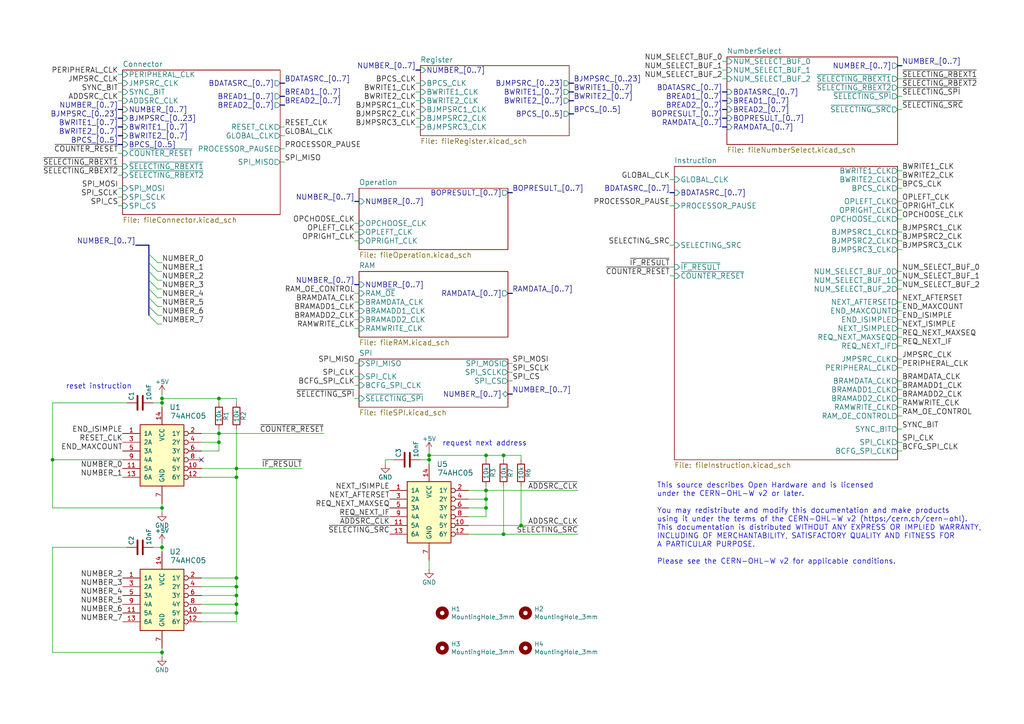
<source format=kicad_sch>
(kicad_sch (version 20230121) (generator eeschema)
  (paper "A4")
  (title_block (title "GP8B") (date "2022-07-08") (rev "V6.0") (company "Guillaume Guillet") (comment 1 "Copyright Guillaume Guillet 2022") (comment 2 "Licensed under CERN-OHL-W v2 or later"))
  (lib_symbols
    (symbol "Custom:74AHC05" (pin_names (offset 1.016))
      (property "Reference" "U" (at 5.08 8.89 0))
      (property "Value" "74AHC05" (at 7.62 11.43 0))
      (symbol "74AHC05_0_1"
        (rectangle (start -6.35 7.62) (end 6.35 -10.16) (stroke (width 0.254)) (fill (type background)))
      )
      (symbol "74AHC05_1_1"
        (pin input line (at -11.43 5.08 0) (length 5.08) (name "1A") (number "1"))
        (pin open_collector inverted (at 11.43 -5.08 180) (length 5.08) (name "5Y") (number "10"))
        (pin input line (at -11.43 -5.08 0) (length 5.08) (name "5A") (number "11"))
        (pin open_collector inverted (at 11.43 -7.62 180) (length 5.08) (name "6Y") (number "12"))
        (pin input line (at -11.43 -7.62 0) (length 5.08) (name "6A") (number "13"))
        (pin power_in line (at 0 12.7 270) (length 5.08) (name "VCC") (number "14"))
        (pin open_collector inverted (at 11.43 5.08 180) (length 5.08) (name "1Y") (number "2"))
        (pin input line (at -11.43 2.54 0) (length 5.08) (name "2A") (number "3"))
        (pin open_collector inverted (at 11.43 2.54 180) (length 5.08) (name "2Y") (number "4"))
        (pin input line (at -11.43 0 0) (length 5.08) (name "3A") (number "5"))
        (pin open_collector inverted (at 11.43 0 180) (length 5.08) (name "3Y") (number "6"))
        (pin power_in line (at 0 -15.24 90) (length 5.08) (name "GND") (number "7"))
        (pin open_collector inverted (at 11.43 -2.54 180) (length 5.08) (name "4Y") (number "8"))
        (pin input line (at -11.43 -2.54 0) (length 5.08) (name "4A") (number "9"))
      )
    )
    (symbol "Device:C" (pin_numbers hide) (pin_names (offset 0.254))
      (property "Reference" "C" (at 0.635 2.54 0))
      (property "Value" "C" (at 0.635 -2.54 0))
      (symbol "C_0_1"
        (polyline (pts (xy -2.032 -0.762) (xy 2.032 -0.762)) (stroke (width 0.508)))
        (polyline (pts (xy -2.032 0.762) (xy 2.032 0.762)) (stroke (width 0.508)))
      )
      (symbol "C_1_1"
        (pin passive line (at 0 3.81 270) (length 2.794) (name "~") (number "1"))
        (pin passive line (at 0 -3.81 90) (length 2.794) (name "~") (number "2"))
      )
    )
    (symbol "Device:R" (pin_numbers hide) (pin_names (offset 0))
      (property "Reference" "R" (at 2.032 0 90))
      (property "Value" "R" (at 0 0 90))
      (symbol "R_0_1"
        (rectangle (start -1.016 -2.54) (end 1.016 2.54) (stroke (width 0.254)))
      )
      (symbol "R_1_1"
        (pin passive line (at 0 3.81 270) (length 1.27) (name "~") (number "1"))
        (pin passive line (at 0 -3.81 90) (length 1.27) (name "~") (number "2"))
      )
    )
    (symbol "Mechanical:MountingHole" (pin_names (offset 1.016))
      (property "Reference" "H" (at 0 5.08 0))
      (property "Value" "MountingHole" (at 0 3.175 0))
      (symbol "MountingHole_0_1"
        (circle (center 0 0) (radius 1.27) (stroke (width 1.27)))
      )
    )
    (symbol "power:+5V" (power) (pin_names (offset 0))
      (property "Value" "+5V" (at 0 3.556 0))
      (symbol "+5V_0_1"
        (polyline (pts (xy -0.762 1.27) (xy 0 2.54)))
        (polyline (pts (xy 0 0) (xy 0 2.54)))
        (polyline (pts (xy 0 2.54) (xy 0.762 1.27)))
      )
      (symbol "+5V_1_1"
        (pin power_in line (at 0 0 90) (length 0) hide (name "+5V") (number "1"))
      )
    )
    (symbol "power:GND" (power) (pin_names (offset 0))
      (property "Value" "GND" (at 0 -3.81 0))
      (symbol "GND_0_1"
        (polyline (pts (xy 0 0) (xy 0 -1.27) (xy 1.27 -1.27) (xy 0 -2.54) (xy -1.27 -1.27) (xy 0 -1.27)))
      )
      (symbol "GND_1_1"
        (pin power_in line (at 0 0 270) (length 0) hide (name "GND") (number "1"))
      )
    )
  )
  (junction (at 63.5 125.73))
  (junction (at 46.99 158.75))
  (junction (at 46.99 189.23))
  (junction (at 46.99 147.32))
  (junction (at 140.97 132.08))
  (junction (at 68.58 177.8))
  (junction (at 68.58 138.43))
  (junction (at 68.58 170.18))
  (junction (at 151.13 152.4))
  (junction (at 68.58 175.26))
  (junction (at 15.24 133.35))
  (junction (at 63.5 128.27))
  (junction (at 46.99 115.57))
  (junction (at 140.97 144.78))
  (junction (at 68.58 135.89))
  (junction (at 140.97 147.32))
  (junction (at 140.97 142.24))
  (junction (at 124.46 132.08))
  (junction (at 124.46 133.35))
  (junction (at 146.05 132.08))
  (junction (at 46.99 116.84))
  (junction (at 63.5 115.57))
  (junction (at 68.58 167.64))
  (junction (at 146.05 154.94))
  (junction (at 68.58 172.72))
  (no_connect (at 58.42 133.35))
  (bus_entry (at 43.18 83.82) (size 2.54 2.54))
  (bus_entry (at 43.18 73.66) (size 2.54 2.54))
  (bus_entry (at 43.18 76.2) (size 2.54 2.54))
  (bus_entry (at 43.18 91.44) (size 2.54 2.54))
  (bus_entry (at 43.18 88.9) (size 2.54 2.54))
  (bus_entry (at 43.18 81.28) (size 2.54 2.54))
  (bus_entry (at 43.18 78.74) (size 2.54 2.54))
  (bus_entry (at 43.18 86.36) (size 2.54 2.54))
  (wire (pts (xy 194.31 71.12) (xy 195.58 71.12)))
  (wire (pts (xy 260.35 27.94) (xy 261.62 27.94)))
  (bus (pts (xy 34.29 36.83) (xy 35.56 36.83)))
  (wire (pts (xy 151.13 152.4) (xy 167.64 152.4)))
  (wire (pts (xy 46.99 146.05) (xy 46.99 147.32)))
  (wire (pts (xy 146.05 140.97) (xy 146.05 154.94)))
  (wire (pts (xy 63.5 128.27) (xy 63.5 130.81)))
  (wire (pts (xy 15.24 158.75) (xy 36.83 158.75)))
  (wire (pts (xy 82.55 39.37) (xy 81.28 39.37)))
  (wire (pts (xy 140.97 142.24) (xy 140.97 144.78)))
  (bus (pts (xy 43.18 73.66) (xy 43.18 76.2)))
  (wire (pts (xy 147.32 105.41) (xy 148.59 105.41)))
  (wire (pts (xy 261.62 69.85) (xy 260.35 69.85)))
  (wire (pts (xy 68.58 175.26) (xy 68.58 177.8)))
  (bus (pts (xy 34.29 31.75) (xy 35.56 31.75)))
  (bus (pts (xy 43.18 81.28) (xy 43.18 83.82)))
  (wire (pts (xy 124.46 133.35) (xy 124.46 134.62)))
  (wire (pts (xy 120.65 26.67) (xy 121.92 26.67)))
  (wire (pts (xy 68.58 138.43) (xy 68.58 167.64)))
  (wire (pts (xy 121.92 133.35) (xy 124.46 133.35)))
  (wire (pts (xy 261.62 97.79) (xy 260.35 97.79)))
  (wire (pts (xy 45.72 93.98) (xy 46.99 93.98)))
  (wire (pts (xy 261.62 104.14) (xy 260.35 104.14)))
  (wire (pts (xy 147.32 110.49) (xy 148.59 110.49)))
  (wire (pts (xy 63.5 125.73) (xy 63.5 128.27)))
  (bus (pts (xy 209.55 34.29) (xy 210.82 34.29)))
  (wire (pts (xy 261.62 115.57) (xy 260.35 115.57)))
  (wire (pts (xy 261.62 110.49) (xy 260.35 110.49)))
  (bus (pts (xy 209.55 36.83) (xy 210.82 36.83)))
  (wire (pts (xy 102.87 69.85) (xy 104.14 69.85)))
  (wire (pts (xy 15.24 116.84) (xy 36.83 116.84)))
  (wire (pts (xy 45.72 86.36) (xy 46.99 86.36)))
  (bus (pts (xy 43.18 86.36) (xy 43.18 88.9)))
  (wire (pts (xy 102.87 64.77) (xy 104.14 64.77)))
  (wire (pts (xy 261.62 58.42) (xy 260.35 58.42)))
  (wire (pts (xy 261.62 67.31) (xy 260.35 67.31)))
  (wire (pts (xy 261.62 128.27) (xy 260.35 128.27)))
  (wire (pts (xy 261.62 31.75) (xy 260.35 31.75)))
  (wire (pts (xy 195.58 59.69) (xy 194.31 59.69)))
  (wire (pts (xy 140.97 147.32) (xy 135.89 147.32)))
  (bus (pts (xy 102.87 82.55) (xy 104.14 82.55)))
  (wire (pts (xy 261.62 120.65) (xy 260.35 120.65)))
  (wire (pts (xy 151.13 152.4) (xy 151.13 140.97)))
  (wire (pts (xy 45.72 88.9) (xy 46.99 88.9)))
  (wire (pts (xy 46.99 189.23) (xy 46.99 190.5)))
  (wire (pts (xy 140.97 142.24) (xy 167.64 142.24)))
  (wire (pts (xy 68.58 175.26) (xy 58.42 175.26)))
  (wire (pts (xy 261.62 124.46) (xy 260.35 124.46)))
  (wire (pts (xy 63.5 115.57) (xy 68.58 115.57)))
  (wire (pts (xy 63.5 125.73) (xy 93.98 125.73)))
  (wire (pts (xy 261.62 113.03) (xy 260.35 113.03)))
  (wire (pts (xy 261.62 63.5) (xy 260.35 63.5)))
  (bus (pts (xy 102.87 58.42) (xy 104.14 58.42)))
  (bus (pts (xy 34.29 41.91) (xy 35.56 41.91)))
  (wire (pts (xy 63.5 116.84) (xy 63.5 115.57)))
  (wire (pts (xy 102.87 105.41) (xy 104.14 105.41)))
  (bus (pts (xy 148.59 114.3) (xy 147.32 114.3)))
  (wire (pts (xy 261.62 83.82) (xy 260.35 83.82)))
  (bus (pts (xy 165.1 29.21) (xy 166.37 29.21)))
  (wire (pts (xy 261.62 95.25) (xy 260.35 95.25)))
  (wire (pts (xy 44.45 158.75) (xy 46.99 158.75)))
  (wire (pts (xy 46.99 189.23) (xy 15.24 189.23)))
  (wire (pts (xy 146.05 133.35) (xy 146.05 132.08)))
  (wire (pts (xy 260.35 25.4) (xy 261.62 25.4)))
  (wire (pts (xy 46.99 115.57) (xy 63.5 115.57)))
  (bus (pts (xy 43.18 83.82) (xy 43.18 86.36)))
  (wire (pts (xy 260.35 22.86) (xy 261.62 22.86)))
  (bus (pts (xy 82.55 24.13) (xy 81.28 24.13)))
  (wire (pts (xy 261.62 54.61) (xy 260.35 54.61)))
  (wire (pts (xy 140.97 133.35) (xy 140.97 132.08)))
  (wire (pts (xy 120.65 34.29) (xy 121.92 34.29)))
  (bus (pts (xy 43.18 76.2) (xy 43.18 78.74)))
  (wire (pts (xy 102.87 67.31) (xy 104.14 67.31)))
  (wire (pts (xy 34.29 48.26) (xy 35.56 48.26)))
  (wire (pts (xy 194.31 77.47) (xy 195.58 77.47)))
  (wire (pts (xy 68.58 170.18) (xy 58.42 170.18)))
  (wire (pts (xy 209.55 22.86) (xy 210.82 22.86)))
  (wire (pts (xy 140.97 147.32) (xy 140.97 149.86)))
  (wire (pts (xy 124.46 132.08) (xy 124.46 133.35)))
  (wire (pts (xy 114.3 133.35) (xy 111.76 133.35)))
  (wire (pts (xy 102.87 111.76) (xy 104.14 111.76)))
  (wire (pts (xy 194.31 52.07) (xy 195.58 52.07)))
  (wire (pts (xy 15.24 147.32) (xy 46.99 147.32)))
  (wire (pts (xy 140.97 149.86) (xy 135.89 149.86)))
  (wire (pts (xy 34.29 54.61) (xy 35.56 54.61)))
  (bus (pts (xy 120.65 20.32) (xy 121.92 20.32)))
  (bus (pts (xy 165.1 26.67) (xy 166.37 26.67)))
  (wire (pts (xy 261.62 100.33) (xy 260.35 100.33)))
  (wire (pts (xy 34.29 59.69) (xy 35.56 59.69)))
  (wire (pts (xy 146.05 132.08) (xy 140.97 132.08)))
  (wire (pts (xy 68.58 167.64) (xy 58.42 167.64)))
  (wire (pts (xy 209.55 20.32) (xy 210.82 20.32)))
  (wire (pts (xy 34.29 24.13) (xy 35.56 24.13)))
  (wire (pts (xy 46.99 157.48) (xy 46.99 158.75)))
  (wire (pts (xy 68.58 124.46) (xy 68.58 135.89)))
  (wire (pts (xy 46.99 115.57) (xy 46.99 114.3)))
  (wire (pts (xy 135.89 152.4) (xy 151.13 152.4)))
  (wire (pts (xy 261.62 90.17) (xy 260.35 90.17)))
  (wire (pts (xy 260.35 130.81) (xy 261.62 130.81)))
  (wire (pts (xy 209.55 17.78) (xy 210.82 17.78)))
  (bus (pts (xy 82.55 27.94) (xy 81.28 27.94)))
  (wire (pts (xy 58.42 135.89) (xy 68.58 135.89)))
  (wire (pts (xy 15.24 133.35) (xy 35.56 133.35)))
  (bus (pts (xy 165.1 33.02) (xy 166.37 33.02)))
  (wire (pts (xy 146.05 154.94) (xy 135.89 154.94)))
  (wire (pts (xy 34.29 21.59) (xy 35.56 21.59)))
  (wire (pts (xy 68.58 177.8) (xy 58.42 177.8)))
  (bus (pts (xy 166.37 24.13) (xy 165.1 24.13)))
  (wire (pts (xy 15.24 189.23) (xy 15.24 158.75)))
  (bus (pts (xy 82.55 30.48) (xy 81.28 30.48)))
  (wire (pts (xy 34.29 26.67) (xy 35.56 26.67)))
  (wire (pts (xy 102.87 90.17) (xy 104.14 90.17)))
  (bus (pts (xy 43.18 88.9) (xy 43.18 91.44)))
  (bus (pts (xy 34.29 34.29) (xy 35.56 34.29)))
  (wire (pts (xy 68.58 170.18) (xy 68.58 172.72)))
  (wire (pts (xy 102.87 109.22) (xy 104.14 109.22)))
  (wire (pts (xy 68.58 116.84) (xy 68.58 115.57)))
  (bus (pts (xy 209.55 29.21) (xy 210.82 29.21)))
  (wire (pts (xy 261.62 78.74) (xy 260.35 78.74)))
  (bus (pts (xy 39.37 71.12) (xy 43.18 71.12)))
  (bus (pts (xy 209.55 31.75) (xy 210.82 31.75)))
  (wire (pts (xy 58.42 125.73) (xy 63.5 125.73)))
  (wire (pts (xy 68.58 135.89) (xy 87.63 135.89)))
  (wire (pts (xy 140.97 140.97) (xy 140.97 142.24)))
  (wire (pts (xy 68.58 172.72) (xy 58.42 172.72)))
  (wire (pts (xy 146.05 154.94) (xy 167.64 154.94)))
  (wire (pts (xy 140.97 144.78) (xy 140.97 147.32)))
  (wire (pts (xy 124.46 130.81) (xy 124.46 132.08)))
  (wire (pts (xy 261.62 106.68) (xy 260.35 106.68)))
  (wire (pts (xy 68.58 172.72) (xy 68.58 175.26)))
  (wire (pts (xy 68.58 180.34) (xy 58.42 180.34)))
  (wire (pts (xy 68.58 167.64) (xy 68.58 170.18)))
  (wire (pts (xy 15.24 147.32) (xy 15.24 133.35)))
  (wire (pts (xy 46.99 187.96) (xy 46.99 189.23)))
  (bus (pts (xy 34.29 39.37) (xy 35.56 39.37)))
  (wire (pts (xy 261.62 52.07) (xy 260.35 52.07)))
  (wire (pts (xy 261.62 81.28) (xy 260.35 81.28)))
  (wire (pts (xy 45.72 81.28) (xy 46.99 81.28)))
  (wire (pts (xy 46.99 158.75) (xy 46.99 160.02)))
  (wire (pts (xy 151.13 132.08) (xy 146.05 132.08)))
  (wire (pts (xy 135.89 142.24) (xy 140.97 142.24)))
  (wire (pts (xy 102.87 95.25) (xy 104.14 95.25)))
  (wire (pts (xy 124.46 162.56) (xy 124.46 165.1)))
  (bus (pts (xy 209.55 26.67) (xy 210.82 26.67)))
  (wire (pts (xy 68.58 177.8) (xy 68.58 180.34)))
  (bus (pts (xy 43.18 78.74) (xy 43.18 81.28)))
  (wire (pts (xy 15.24 133.35) (xy 15.24 116.84)))
  (wire (pts (xy 120.65 31.75) (xy 121.92 31.75)))
  (wire (pts (xy 34.29 57.15) (xy 35.56 57.15)))
  (wire (pts (xy 34.29 50.8) (xy 35.56 50.8)))
  (wire (pts (xy 147.32 107.95) (xy 148.59 107.95)))
  (wire (pts (xy 68.58 138.43) (xy 58.42 138.43)))
  (wire (pts (xy 261.62 118.11) (xy 260.35 118.11)))
  (wire (pts (xy 82.55 36.83) (xy 81.28 36.83)))
  (wire (pts (xy 261.62 72.39) (xy 260.35 72.39)))
  (wire (pts (xy 140.97 132.08) (xy 124.46 132.08)))
  (wire (pts (xy 44.45 116.84) (xy 46.99 116.84)))
  (wire (pts (xy 120.65 36.83) (xy 121.92 36.83)))
  (wire (pts (xy 46.99 76.2) (xy 45.72 76.2)))
  (wire (pts (xy 34.29 44.45) (xy 35.56 44.45)))
  (wire (pts (xy 120.65 29.21) (xy 121.92 29.21)))
  (wire (pts (xy 102.87 85.09) (xy 104.14 85.09)))
  (wire (pts (xy 45.72 83.82) (xy 46.99 83.82)))
  (wire (pts (xy 102.87 87.63) (xy 104.14 87.63)))
  (bus (pts (xy 148.59 85.09) (xy 147.32 85.09)))
  (wire (pts (xy 63.5 128.27) (xy 58.42 128.27)))
  (wire (pts (xy 151.13 133.35) (xy 151.13 132.08)))
  (wire (pts (xy 120.65 24.13) (xy 121.92 24.13)))
  (wire (pts (xy 261.62 87.63) (xy 260.35 87.63)))
  (wire (pts (xy 140.97 144.78) (xy 135.89 144.78)))
  (wire (pts (xy 34.29 29.21) (xy 35.56 29.21)))
  (wire (pts (xy 111.76 133.35) (xy 111.76 134.62)))
  (wire (pts (xy 102.87 115.57) (xy 104.14 115.57)))
  (wire (pts (xy 63.5 124.46) (xy 63.5 125.73)))
  (wire (pts (xy 63.5 130.81) (xy 58.42 130.81)))
  (bus (pts (xy 194.31 55.88) (xy 195.58 55.88)))
  (wire (pts (xy 46.99 115.57) (xy 46.99 116.84)))
  (wire (pts (xy 261.62 49.53) (xy 260.35 49.53)))
  (wire (pts (xy 82.55 46.99) (xy 81.28 46.99)))
  (wire (pts (xy 261.62 60.96) (xy 260.35 60.96)))
  (bus (pts (xy 148.59 55.88) (xy 147.32 55.88)))
  (wire (pts (xy 45.72 91.44) (xy 46.99 91.44)))
  (wire (pts (xy 46.99 116.84) (xy 46.99 118.11)))
  (wire (pts (xy 102.87 92.71) (xy 104.14 92.71)))
  (wire (pts (xy 194.31 80.01) (xy 195.58 80.01)))
  (wire (pts (xy 82.55 43.18) (xy 81.28 43.18)))
  (bus (pts (xy 43.18 71.12) (xy 43.18 73.66)))
  (wire (pts (xy 68.58 135.89) (xy 68.58 138.43)))
  (wire (pts (xy 45.72 78.74) (xy 46.99 78.74)))
  (bus (pts (xy 260.35 19.05) (xy 261.62 19.05)))
  (wire (pts (xy 46.99 147.32) (xy 46.99 148.59)))
  (wire (pts (xy 261.62 92.71) (xy 260.35 92.71)))
  (text "reset instruction" (at 19.05 113.03 0) (effects (font (size 1.524 1.524)) (justify left bottom)))
  (text "request next address" (at 128.27 129.54 0) (effects (font (size 1.524 1.524)) (justify left bottom)))
  (text "This source describes Open Hardware and is licensed\nunder the CERN-OHL-W v2 or later. \n\nYou may redistribute and modify this documentation and make products\nusing it under the terms of the CERN-OHL-W v2 (https:/cern.ch/cern-ohl).\nThis documentation is distributed WITHOUT ANY EXPRESS OR IMPLIED WARRANTY,\nINCLUDING OF MERCHANTABILITY, SATISFACTORY QUALITY AND FITNESS FOR\nA PARTICULAR PURPOSE.\n\nPlease see the CERN-OHL-W v2 for applicable conditions. " (at 190.5 163.83 0) (effects (font (size 1.524 1.524)) (justify left bottom)))
  (label "NUMBER_3" (at 35.56 170.18 180) (effects (font (size 1.524 1.524))))
  (label "SPI_MOSI" (at 34.29 54.61 180) (effects (font (size 1.524 1.524))))
  (label "RAM_OE_CONTROL" (at 261.62 120.65 0) (effects (font (size 1.524 1.524))))
  (label "RAMDATA_[0..7]" (at 148.59 85.09 0) (effects (font (size 1.524 1.524))))
  (label "SELECTING_SRC" (at 167.64 154.94 180) (effects (font (size 1.524 1.524))))
  (label "BOPRESULT_[0..7]" (at 209.55 34.29 180) (effects (font (size 1.524 1.524))))
  (label "END_ISIMPLE" (at 35.56 125.73 180) (effects (font (size 1.524 1.524))))
  (label "NUMBER_1" (at 46.99 78.74 0) (effects (font (size 1.524 1.524))))
  (label "NUMBER_2" (at 35.56 167.64 180) (effects (font (size 1.524 1.524))))
  (label "BREAD1_[0..7]" (at 209.55 29.21 180) (effects (font (size 1.524 1.524))))
  (label "GLOBAL_CLK" (at 82.55 39.37 0) (effects (font (size 1.524 1.524))))
  (label "BREAD2_[0..7]" (at 82.55 30.48 0) (effects (font (size 1.524 1.524))))
  (label "~{COUNTER_RESET}" (at 93.98 125.73 180) (effects (font (size 1.524 1.524))))
  (label "OPCHOOSE_CLK" (at 102.87 64.77 180) (effects (font (size 1.524 1.524))))
  (label "NUMBER_[0..7]" (at 102.87 58.42 180) (effects (font (size 1.524 1.524))))
  (label "JMPSRC_CLK" (at 261.62 104.14 0) (effects (font (size 1.524 1.524))))
  (label "~{IF_RESULT}" (at 194.31 77.47 180) (effects (font (size 1.524 1.524))))
  (label "BRAMDATA_CLK" (at 102.87 87.63 180) (effects (font (size 1.524 1.524))))
  (label "SPI_MISO" (at 82.55 46.99 0) (effects (font (size 1.524 1.524))))
  (label "BRAMADD2_CLK" (at 261.62 115.57 0) (effects (font (size 1.524 1.524))))
  (label "~{SELECTING_SPI}" (at 261.62 27.94 0) (effects (font (size 1.524 1.524))))
  (label "BJMPSRC_[0..23]" (at 166.37 24.13 0) (effects (font (size 1.524 1.524))))
  (label "BDATASRC_[0..7]" (at 194.31 55.88 180) (effects (font (size 1.524 1.524))))
  (label "BPCS_CLK" (at 261.62 54.61 0) (effects (font (size 1.524 1.524))))
  (label "BJMPSRC3_CLK" (at 261.62 72.39 0) (effects (font (size 1.524 1.524))))
  (label "NUM_SELECT_BUF_0" (at 209.55 17.78 180) (effects (font (size 1.524 1.524))))
  (label "BPCS_CLK" (at 120.65 24.13 180) (effects (font (size 1.524 1.524))))
  (label "RAMWRITE_CLK" (at 102.87 95.25 180) (effects (font (size 1.524 1.524))))
  (label "RAM_OE_CONTROL" (at 102.87 85.09 180) (effects (font (size 1.524 1.524))))
  (label "NUM_SELECT_BUF_1" (at 261.62 81.28 0) (effects (font (size 1.524 1.524))))
  (label "BJMPSRC3_CLK" (at 120.65 36.83 180) (effects (font (size 1.524 1.524))))
  (label "BREAD1_[0..7]" (at 82.55 27.94 0) (effects (font (size 1.524 1.524))))
  (label "BRAMADD1_CLK" (at 102.87 90.17 180) (effects (font (size 1.524 1.524))))
  (label "PROCESSOR_PAUSE" (at 194.31 59.69 180) (effects (font (size 1.524 1.524))))
  (label "BRAMADD1_CLK" (at 261.62 113.03 0) (effects (font (size 1.524 1.524))))
  (label "NUMBER_0" (at 46.99 76.2 0) (effects (font (size 1.524 1.524))))
  (label "BWRITE2_[0..7]" (at 166.37 29.21 0) (effects (font (size 1.524 1.524))))
  (label "BCFG_SPI_CLK" (at 102.87 111.76 180) (effects (font (size 1.524 1.524))))
  (label "BREAD2_[0..7]" (at 209.55 31.75 180) (effects (font (size 1.524 1.524))))
  (label "RESET_CLK" (at 82.55 36.83 0) (effects (font (size 1.524 1.524))))
  (label "SPI_CS" (at 148.59 110.49 0) (effects (font (size 1.524 1.524))))
  (label "BOPRESULT_[0..7]" (at 148.59 55.88 0) (effects (font (size 1.524 1.524))))
  (label "REQ_NEXT_MAXSEQ" (at 261.62 97.79 0) (effects (font (size 1.524 1.524))))
  (label "NUM_SELECT_BUF_2" (at 261.62 83.82 0) (effects (font (size 1.524 1.524))))
  (label "NUMBER_[0..7]" (at 120.65 20.32 180) (effects (font (size 1.524 1.524))))
  (label "~{SELECTING_SRC}" (at 113.03 154.94 180) (effects (font (size 1.524 1.524))))
  (label "OPCHOOSE_CLK" (at 261.62 63.5 0) (effects (font (size 1.524 1.524))))
  (label "NEXT_AFTERSET" (at 113.03 144.78 180) (effects (font (size 1.524 1.524))))
  (label "NUMBER_[0..7]" (at 102.87 82.55 180) (effects (font (size 1.524 1.524))))
  (label "NUMBER_1" (at 35.56 138.43 180) (effects (font (size 1.524 1.524))))
  (label "NUMBER_6" (at 35.56 177.8 180) (effects (font (size 1.524 1.524))))
  (label "SPI_CLK" (at 102.87 109.22 180) (effects (font (size 1.524 1.524))))
  (label "END_ISIMPLE" (at 261.62 92.71 0) (effects (font (size 1.524 1.524))))
  (label "NUMBER_4" (at 46.99 86.36 0) (effects (font (size 1.524 1.524))))
  (label "BWRITE1_[0..7]" (at 166.37 26.67 0) (effects (font (size 1.524 1.524))))
  (label "NUMBER_[0..7]" (at 261.62 19.05 0) (effects (font (size 1.524 1.524))))
  (label "PERIPHERAL_CLK" (at 34.29 21.59 180) (effects (font (size 1.524 1.524))))
  (label "BDATASRC_[0..7]" (at 82.55 24.13 0) (effects (font (size 1.524 1.524))))
  (label "BCFG_SPI_CLK" (at 261.62 130.81 0) (effects (font (size 1.524 1.524))))
  (label "NUM_SELECT_BUF_2" (at 209.55 22.86 180) (effects (font (size 1.524 1.524))))
  (label "~{SELECTING_SRC}" (at 261.62 31.75 0) (effects (font (size 1.524 1.524))))
  (label "NUMBER_0" (at 35.56 135.89 180) (effects (font (size 1.524 1.524))))
  (label "BJMPSRC1_CLK" (at 120.65 31.75 180) (effects (font (size 1.524 1.524))))
  (label "ADDSRC_CLK" (at 34.29 29.21 180) (effects (font (size 1.524 1.524))))
  (label "~{SELECTING_SPI}" (at 102.87 115.57 180) (effects (font (size 1.524 1.524))))
  (label "REQ_NEXT_IF" (at 113.03 149.86 180) (effects (font (size 1.524 1.524))))
  (label "SPI_MISO" (at 102.87 105.41 180) (effects (font (size 1.524 1.524))))
  (label "BWRITE2_CLK" (at 120.65 29.21 180) (effects (font (size 1.524 1.524))))
  (label "SELECTING_SRC" (at 194.31 71.12 180) (effects (font (size 1.524 1.524))))
  (label "END_MAXCOUNT" (at 35.56 130.81 180) (effects (font (size 1.524 1.524))))
  (label "BJMPSRC2_CLK" (at 120.65 34.29 180) (effects (font (size 1.524 1.524))))
  (label "SPI_SCLK" (at 148.59 107.95 0) (effects (font (size 1.524 1.524))))
  (label "~{SELECTING_RBEXT2}" (at 34.29 50.8 180) (effects (font (size 1.524 1.524))))
  (label "BJMPSRC1_CLK" (at 261.62 67.31 0) (effects (font (size 1.524 1.524))))
  (label "BPCS_[0..5]" (at 166.37 33.02 0) (effects (font (size 1.524 1.524))))
  (label "ADDSRC_CLK" (at 167.64 152.4 180) (effects (font (size 1.524 1.524))))
  (label "NUMBER_[0..7]" (at 34.29 31.75 180) (effects (font (size 1.524 1.524))))
  (label "NUMBER_6" (at 46.99 91.44 0) (effects (font (size 1.524 1.524))))
  (label "~{SELECTING_RBEXT1}" (at 261.62 22.86 0) (effects (font (size 1.524 1.524))))
  (label "NEXT_AFTERSET" (at 261.62 87.63 0) (effects (font (size 1.524 1.524))))
  (label "BJMPSRC_[0..23]" (at 34.29 34.29 180) (effects (font (size 1.524 1.524))))
  (label "NUMBER_5" (at 35.56 175.26 180) (effects (font (size 1.524 1.524))))
  (label "OPLEFT_CLK" (at 102.87 67.31 180) (effects (font (size 1.524 1.524))))
  (label "SPI_MOSI" (at 148.59 105.41 0) (effects (font (size 1.524 1.524))))
  (label "NEXT_ISIMPLE" (at 261.62 95.25 0) (effects (font (size 1.524 1.524))))
  (label "BWRITE2_CLK" (at 261.62 52.07 0) (effects (font (size 1.524 1.524))))
  (label "NUMBER_5" (at 46.99 88.9 0) (effects (font (size 1.524 1.524))))
  (label "PROCESSOR_PAUSE" (at 82.55 43.18 0) (effects (font (size 1.524 1.524))))
  (label "RAMDATA_[0..7]" (at 209.55 36.83 180) (effects (font (size 1.524 1.524))))
  (label "~{SELECTING_RBEXT2}" (at 261.62 25.4 0) (effects (font (size 1.524 1.524))))
  (label "NUMBER_7" (at 35.56 180.34 180) (effects (font (size 1.524 1.524))))
  (label "REQ_NEXT_IF" (at 261.62 100.33 0) (effects (font (size 1.524 1.524))))
  (label "BRAMDATA_CLK" (at 261.62 110.49 0) (effects (font (size 1.524 1.524))))
  (label "BRAMADD2_CLK" (at 102.87 92.71 180) (effects (font (size 1.524 1.524))))
  (label "NUMBER_2" (at 46.99 81.28 0) (effects (font (size 1.524 1.524))))
  (label "~{IF_RESULT}" (at 87.63 135.89 180) (effects (font (size 1.524 1.524))))
  (label "OPLEFT_CLK" (at 261.62 58.42 0) (effects (font (size 1.524 1.524))))
  (label "SPI_CLK" (at 261.62 128.27 0) (effects (font (size 1.524 1.524))))
  (label "BWRITE1_CLK" (at 120.65 26.67 180) (effects (font (size 1.524 1.524))))
  (label "END_MAXCOUNT" (at 261.62 90.17 0) (effects (font (size 1.524 1.524))))
  (label "NUM_SELECT_BUF_1" (at 209.55 20.32 180) (effects (font (size 1.524 1.524))))
  (label "SPI_SCLK" (at 34.29 57.15 180) (effects (font (size 1.524 1.524))))
  (label "SYNC_BIT" (at 34.29 26.67 180) (effects (font (size 1.524 1.524))))
  (label "SYNC_BIT" (at 261.62 124.46 0) (effects (font (size 1.524 1.524))))
  (label "~{COUNTER_RESET}" (at 34.29 44.45 180) (effects (font (size 1.524 1.524))))
  (label "BWRITE1_CLK" (at 261.62 49.53 0) (effects (font (size 1.524 1.524))))
  (label "~{SELECTING_RBEXT1}" (at 34.29 48.26 180) (effects (font (size 1.524 1.524))))
  (label "NUMBER_[0..7]" (at 148.59 114.3 0) (effects (font (size 1.524 1.524))))
  (label "~{ADDSRC_CLK}" (at 167.64 142.24 180) (effects (font (size 1.524 1.524))))
  (label "RESET_CLK" (at 35.56 128.27 180) (effects (font (size 1.524 1.524))))
  (label "~{ADDSRC_CLK}" (at 113.03 152.4 180) (effects (font (size 1.524 1.524))))
  (label "BWRITE1_[0..7]" (at 34.29 36.83 180) (effects (font (size 1.524 1.524))))
  (label "NEXT_ISIMPLE" (at 113.03 142.24 180) (effects (font (size 1.524 1.524))))
  (label "BDATASRC_[0..7]" (at 209.55 26.67 180) (effects (font (size 1.524 1.524))))
  (label "NUMBER_7" (at 46.99 93.98 0) (effects (font (size 1.524 1.524))))
  (label "BJMPSRC2_CLK" (at 261.62 69.85 0) (effects (font (size 1.524 1.524))))
  (label "BPCS_[0..5]" (at 34.29 41.91 180) (effects (font (size 1.524 1.524))))
  (label "OPRIGHT_CLK" (at 261.62 60.96 0) (effects (font (size 1.524 1.524))))
  (label "RAMWRITE_CLK" (at 261.62 118.11 0) (effects (font (size 1.524 1.524))))
  (label "REQ_NEXT_MAXSEQ" (at 113.03 147.32 180) (effects (font (size 1.524 1.524))))
  (label "NUMBER_3" (at 46.99 83.82 0) (effects (font (size 1.524 1.524))))
  (label "OPRIGHT_CLK" (at 102.87 69.85 180) (effects (font (size 1.524 1.524))))
  (label "NUMBER_[0..7]" (at 39.37 71.12 180) (effects (font (size 1.524 1.524))))
  (label "JMPSRC_CLK" (at 34.29 24.13 180) (effects (font (size 1.524 1.524))))
  (label "SPI_CS" (at 34.29 59.69 180) (effects (font (size 1.524 1.524))))
  (label "NUMBER_4" (at 35.56 172.72 180) (effects (font (size 1.524 1.524))))
  (label "NUM_SELECT_BUF_0" (at 261.62 78.74 0) (effects (font (size 1.524 1.524))))
  (label "GLOBAL_CLK" (at 194.31 52.07 180) (effects (font (size 1.524 1.524))))
  (label "BWRITE2_[0..7]" (at 34.29 39.37 180) (effects (font (size 1.524 1.524))))
  (label "~{COUNTER_RESET}" (at 194.31 80.01 180) (effects (font (size 1.524 1.524))))
  (label "PERIPHERAL_CLK" (at 261.62 106.68 0) (effects (font (size 1.524 1.524))))
  (symbol (lib_id "power:+5V") (at 124.46 130.81 0) (unit 1)
    (property "Reference" "#PWR01" (effects hide))
    (property "Value" "+5V" (at 124.46 127.254 0))
  )
  (symbol (lib_id "power:GND") (at 124.46 165.1 0) (unit 1)
    (property "Reference" "#PWR02" (effects hide))
    (property "Value" "GND" (at 124.46 168.91 0))
  )
  (symbol (lib_id "Device:C") (at 118.11 133.35 90) (unit 1)
    (property "Reference" "C3" (at 115.57 132.715 0) (effects (justify left)))
    (property "Value" "10nF" (at 120.65 132.715 0) (effects (justify left)))
    (property "Footprint" "Capacitor_SMD:C_0805_2012Metric" (effects hide))
  )
  (symbol (lib_id "Device:R") (at 140.97 137.16 0) (unit 1)
    (property "Reference" "R3" (at 143.002 137.16 90))
    (property "Value" "10k" (at 140.97 137.16 90))
    (property "Footprint" "Resistor_SMD:R_0805_2012Metric" (effects hide))
  )
  (symbol (lib_id "power:+5V") (at 46.99 157.48 0) (unit 1)
    (property "Reference" "#PWR03" (effects hide))
    (property "Value" "+5V" (at 46.99 153.924 0))
  )
  (symbol (lib_id "power:GND") (at 46.99 190.5 0) (unit 1)
    (property "Reference" "#PWR04" (effects hide))
    (property "Value" "GND" (at 46.99 194.31 0))
  )
  (symbol (lib_id "Device:C") (at 40.64 158.75 90) (unit 1)
    (property "Reference" "C2" (at 38.1 158.115 0) (effects (justify left)))
    (property "Value" "10nF" (at 43.18 158.115 0) (effects (justify left)))
    (property "Footprint" "Capacitor_SMD:C_0805_2012Metric" (effects hide))
  )
  (symbol (lib_id "power:+5V") (at 46.99 114.3 0) (unit 1)
    (property "Reference" "#PWR05" (effects hide))
    (property "Value" "+5V" (at 46.99 110.744 0))
  )
  (symbol (lib_id "power:GND") (at 46.99 148.59 0) (unit 1)
    (property "Reference" "#PWR06" (effects hide))
    (property "Value" "GND" (at 46.99 152.4 0))
  )
  (symbol (lib_id "Device:C") (at 40.64 116.84 90) (unit 1)
    (property "Reference" "C1" (at 38.1 116.205 0) (effects (justify left)))
    (property "Value" "10nF" (at 43.18 116.205 0) (effects (justify left)))
    (property "Footprint" "Capacitor_SMD:C_0805_2012Metric" (effects hide))
  )
  (symbol (lib_id "Device:R") (at 63.5 120.65 0) (unit 1)
    (property "Reference" "R1" (at 65.532 120.65 90))
    (property "Value" "10k" (at 63.5 120.65 90))
    (property "Footprint" "Resistor_SMD:R_0805_2012Metric" (effects hide))
  )
  (symbol (lib_id "Device:R") (at 68.58 120.65 0) (unit 1)
    (property "Reference" "R2" (at 70.612 120.65 90))
    (property "Value" "10k" (at 68.58 120.65 90))
    (property "Footprint" "Resistor_SMD:R_0805_2012Metric" (effects hide))
  )
  (symbol (lib_id "Custom:74AHC05") (at 46.99 172.72 0) (unit 1)
    (property "Reference" "U2" (at 50.8 160.02 0) (effects (font (size 1.524 1.524))))
    (property "Value" "74AHC05" (at 54.61 162.56 0) (effects (font (size 1.524 1.524))))
    (property "Footprint" "Package_SO:SOIC-14_3.9x8.7mm_P1.27mm" (effects hide))
  )
  (symbol (lib_id "Custom:74AHC05") (at 46.99 130.81 0) (unit 1)
    (property "Reference" "U1" (at 50.8 118.11 0) (effects (font (size 1.524 1.524))))
    (property "Value" "74AHC05" (at 54.61 120.65 0) (effects (font (size 1.524 1.524))))
    (property "Footprint" "Package_SO:SOIC-14_3.9x8.7mm_P1.27mm" (effects hide))
  )
  (symbol (lib_id "Custom:74AHC05") (at 124.46 147.32 0) (unit 1)
    (property "Reference" "U5" (at 128.27 134.62 0) (effects (font (size 1.524 1.524))))
    (property "Value" "74AHC05" (at 132.08 137.16 0) (effects (font (size 1.524 1.524))))
    (property "Footprint" "Package_SO:SOIC-14_3.9x8.7mm_P1.27mm" (effects hide))
  )
  (symbol (lib_id "Mechanical:MountingHole") (at 128.27 177.8 0) (unit 1)
    (property "Reference" "H1" (at 130.81 176.6316 0) (effects (justify left)))
    (property "Value" "MountingHole_3mm" (at 130.81 178.943 0) (effects (justify left)))
    (property "Footprint" "MountingHole:MountingHole_3mm" (effects hide))
  )
  (symbol (lib_id "Mechanical:MountingHole") (at 128.27 187.96 0) (unit 1)
    (property "Reference" "H3" (at 130.81 186.7916 0) (effects (justify left)))
    (property "Value" "MountingHole_3mm" (at 130.81 189.103 0) (effects (justify left)))
    (property "Footprint" "MountingHole:MountingHole_3mm" (effects hide))
  )
  (symbol (lib_id "Mechanical:MountingHole") (at 152.4 187.96 0) (unit 1)
    (property "Reference" "H4" (at 154.94 186.7916 0) (effects (justify left)))
    (property "Value" "MountingHole_3mm" (at 154.94 189.103 0) (effects (justify left)))
    (property "Footprint" "MountingHole:MountingHole_3mm" (effects hide))
  )
  (symbol (lib_id "Mechanical:MountingHole") (at 152.4 177.8 0) (unit 1)
    (property "Reference" "H2" (at 154.94 176.6316 0) (effects (justify left)))
    (property "Value" "MountingHole_3mm" (at 154.94 178.943 0) (effects (justify left)))
    (property "Footprint" "MountingHole:MountingHole_3mm" (effects hide))
  )
  (symbol (lib_id "Device:R") (at 151.13 137.16 0) (unit 1)
    (property "Reference" "R6" (at 153.162 137.16 90))
    (property "Value" "10k" (at 151.13 137.16 90))
    (property "Footprint" "Resistor_SMD:R_0805_2012Metric" (effects hide))
  )
  (symbol (lib_id "Device:R") (at 146.05 137.16 0) (unit 1)
    (property "Reference" "R7" (at 148.082 137.16 90))
    (property "Value" "10k" (at 146.05 137.16 90))
    (property "Footprint" "Resistor_SMD:R_0805_2012Metric" (effects hide))
  )
  (symbol (lib_id "power:GND") (at 111.76 134.62 0) (unit 1)
    (property "Reference" "#PWR08" (effects hide))
    (property "Value" "GND" (at 111.76 138.43 0))
  )
  (sheet (at 104.14 54.61) (size 43.18 17.78)
    (property "Sheetname" "Operation" (at 104.14 53.7714 0) (effects (font (size 1.524 1.524)) (justify left bottom)))
    (property "Sheetfile" "fileOperation.kicad_sch" (at 104.14 73.0762 0) (effects (font (size 1.524 1.524)) (justify left top)))
    (pin "BOPRESULT_[0..7]" output (at 147.32 55.88 0) (effects (font (size 1.524 1.524))))
    (pin "NUMBER_[0..7]" input (at 104.14 58.42 180) (effects (font (size 1.524 1.524))))
    (pin "OPCHOOSE_CLK" input (at 104.14 64.77 180) (effects (font (size 1.524 1.524))))
    (pin "OPLEFT_CLK" input (at 104.14 67.31 180) (effects (font (size 1.524 1.524))))
    (pin "OPRIGHT_CLK" input (at 104.14 69.85 180) (effects (font (size 1.524 1.524))))
  )
  (sheet (at 195.58 48.26) (size 64.77 85.09)
    (property "Sheetname" "Instruction" (at 195.58 47.4214 0) (effects (font (size 1.524 1.524)) (justify left bottom)))
    (property "Sheetfile" "fileInstruction.kicad_sch" (at 195.58 134.0362 0) (effects (font (size 1.524 1.524)) (justify left top)))
    (pin "GLOBAL_CLK" input (at 195.58 52.07 180) (effects (font (size 1.524 1.524))))
    (pin "~{IF_RESULT}" input (at 195.58 77.47 180) (effects (font (size 1.524 1.524))))
    (pin "~{COUNTER_RESET}" input (at 195.58 80.01 180) (effects (font (size 1.524 1.524))))
    (pin "NUM_SELECT_BUF_0" output (at 260.35 78.74 0) (effects (font (size 1.524 1.524))))
    (pin "NUM_SELECT_BUF_1" output (at 260.35 81.28 0) (effects (font (size 1.524 1.524))))
    (pin "SYNC_BIT" output (at 260.35 124.46 0) (effects (font (size 1.524 1.524))))
    (pin "RAM_OE_CONTROL" output (at 260.35 120.65 0) (effects (font (size 1.524 1.524))))
    (pin "NUM_SELECT_BUF_2" output (at 260.35 83.82 0) (effects (font (size 1.524 1.524))))
    (pin "BDATASRC_[0..7]" input (at 195.58 55.88 180) (effects (font (size 1.524 1.524))))
    (pin "PROCESSOR_PAUSE" input (at 195.58 59.69 180) (effects (font (size 1.524 1.524))))
    (pin "BWRITE1_CLK" output (at 260.35 49.53 0) (effects (font (size 1.524 1.524))))
    (pin "BWRITE2_CLK" output (at 260.35 52.07 0) (effects (font (size 1.524 1.524))))
    (pin "BPCS_CLK" output (at 260.35 54.61 0) (effects (font (size 1.524 1.524))))
    (pin "BJMPSRC1_CLK" output (at 260.35 67.31 0) (effects (font (size 1.524 1.524))))
    (pin "BJMPSRC2_CLK" output (at 260.35 69.85 0) (effects (font (size 1.524 1.524))))
    (pin "JMPSRC_CLK" output (at 260.35 104.14 0) (effects (font (size 1.524 1.524))))
    (pin "PERIPHERAL_CLK" output (at 260.35 106.68 0) (effects (font (size 1.524 1.524))))
    (pin "BJMPSRC3_CLK" output (at 260.35 72.39 0) (effects (font (size 1.524 1.524))))
    (pin "SPI_CLK" output (at 260.35 128.27 0) (effects (font (size 1.524 1.524))))
    (pin "OPLEFT_CLK" output (at 260.35 58.42 0) (effects (font (size 1.524 1.524))))
    (pin "OPRIGHT_CLK" output (at 260.35 60.96 0) (effects (font (size 1.524 1.524))))
    (pin "BRAMDATA_CLK" output (at 260.35 110.49 0) (effects (font (size 1.524 1.524))))
    (pin "RAMWRITE_CLK" output (at 260.35 118.11 0) (effects (font (size 1.524 1.524))))
    (pin "BRAMADD2_CLK" output (at 260.35 115.57 0) (effects (font (size 1.524 1.524))))
    (pin "BRAMADD1_CLK" output (at 260.35 113.03 0) (effects (font (size 1.524 1.524))))
    (pin "END_MAXCOUNT" output (at 260.35 90.17 0) (effects (font (size 1.524 1.524))))
    (pin "NEXT_AFTERSET" output (at 260.35 87.63 0) (effects (font (size 1.524 1.524))))
    (pin "END_ISIMPLE" output (at 260.35 92.71 0) (effects (font (size 1.524 1.524))))
    (pin "OPCHOOSE_CLK" output (at 260.35 63.5 0) (effects (font (size 1.524 1.524))))
    (pin "BCFG_SPI_CLK" output (at 260.35 130.81 0) (effects (font (size 1.524 1.524))))
    (pin "NEXT_ISIMPLE" output (at 260.35 95.25 0) (effects (font (size 1.524 1.524))))
    (pin "SELECTING_SRC" input (at 195.58 71.12 180) (effects (font (size 1.524 1.524))))
    (pin "REQ_NEXT_IF" output (at 260.35 100.33 0) (effects (font (size 1.524 1.524))))
    (pin "REQ_NEXT_MAXSEQ" output (at 260.35 97.79 0) (effects (font (size 1.524 1.524))))
  )
  (sheet (at 210.82 16.51) (size 49.53 25.4)
    (property "Sheetname" "NumberSelect" (at 210.82 15.6714 0) (effects (font (size 1.524 1.524)) (justify left bottom)))
    (property "Sheetfile" "fileNumberSelect.kicad_sch" (at 210.82 42.5962 0) (effects (font (size 1.524 1.524)) (justify left top)))
    (pin "NUM_SELECT_BUF_0" input (at 210.82 17.78 180) (effects (font (size 1.524 1.524))))
    (pin "NUM_SELECT_BUF_1" input (at 210.82 20.32 180) (effects (font (size 1.524 1.524))))
    (pin "BOPRESULT_[0..7]" input (at 210.82 34.29 180) (effects (font (size 1.524 1.524))))
    (pin "RAMDATA_[0..7]" input (at 210.82 36.83 180) (effects (font (size 1.524 1.524))))
    (pin "NUMBER_[0..7]" output (at 260.35 19.05 0) (effects (font (size 1.524 1.524))))
    (pin "BREAD1_[0..7]" input (at 210.82 29.21 180) (effects (font (size 1.524 1.524))))
    (pin "BREAD2_[0..7]" input (at 210.82 31.75 180) (effects (font (size 1.524 1.524))))
    (pin "NUM_SELECT_BUF_2" input (at 210.82 22.86 180) (effects (font (size 1.524 1.524))))
    (pin "BDATASRC_[0..7]" input (at 210.82 26.67 180) (effects (font (size 1.524 1.524))))
    (pin "~{SELECTING_RBEXT1}" output (at 260.35 22.86 0) (effects (font (size 1.524 1.524))))
    (pin "~{SELECTING_RBEXT2}" output (at 260.35 25.4 0) (effects (font (size 1.524 1.524))))
    (pin "~{SELECTING_SPI}" output (at 260.35 27.94 0) (effects (font (size 1.524 1.524))))
    (pin "~{SELECTING_SRC}" output (at 260.35 31.75 0) (effects (font (size 1.524 1.524))))
  )
  (sheet (at 121.92 19.05) (size 43.18 20.32)
    (property "Sheetname" "Register" (at 121.92 18.2114 0) (effects (font (size 1.524 1.524)) (justify left bottom)))
    (property "Sheetfile" "fileRegister.kicad_sch" (at 121.92 40.0562 0) (effects (font (size 1.524 1.524)) (justify left top)))
    (pin "NUMBER_[0..7]" input (at 121.92 20.32 180) (effects (font (size 1.524 1.524))))
    (pin "BWRITE1_[0..7]" output (at 165.1 26.67 0) (effects (font (size 1.524 1.524))))
    (pin "BWRITE2_[0..7]" output (at 165.1 29.21 0) (effects (font (size 1.524 1.524))))
    (pin "BPCS_[0..5]" output (at 165.1 33.02 0) (effects (font (size 1.524 1.524))))
    (pin "BPCS_CLK" input (at 121.92 24.13 180) (effects (font (size 1.524 1.524))))
    (pin "BWRITE1_CLK" input (at 121.92 26.67 180) (effects (font (size 1.524 1.524))))
    (pin "BWRITE2_CLK" input (at 121.92 29.21 180) (effects (font (size 1.524 1.524))))
    (pin "BJMPSRC1_CLK" input (at 121.92 31.75 180) (effects (font (size 1.524 1.524))))
    (pin "BJMPSRC2_CLK" input (at 121.92 34.29 180) (effects (font (size 1.524 1.524))))
    (pin "BJMPSRC3_CLK" input (at 121.92 36.83 180) (effects (font (size 1.524 1.524))))
    (pin "BJMPSRC_[0..23]" output (at 165.1 24.13 0) (effects (font (size 1.524 1.524))))
  )
  (sheet (at 104.14 78.74) (size 43.18 19.05)
    (property "Sheetname" "RAM" (at 104.14 77.9014 0) (effects (font (size 1.524 1.524)) (justify left bottom)))
    (property "Sheetfile" "fileRAM.kicad_sch" (at 104.14 98.4762 0) (effects (font (size 1.524 1.524)) (justify left top)))
    (pin "RAM_~{OE}" input (at 104.14 85.09 180) (effects (font (size 1.524 1.524))))
    (pin "RAMDATA_[0..7]" output (at 147.32 85.09 0) (effects (font (size 1.524 1.524))))
    (pin "NUMBER_[0..7]" input (at 104.14 82.55 180) (effects (font (size 1.524 1.524))))
    (pin "BRAMDATA_CLK" input (at 104.14 87.63 180) (effects (font (size 1.524 1.524))))
    (pin "BRAMADD1_CLK" input (at 104.14 90.17 180) (effects (font (size 1.524 1.524))))
    (pin "BRAMADD2_CLK" input (at 104.14 92.71 180) (effects (font (size 1.524 1.524))))
    (pin "RAMWRITE_CLK" input (at 104.14 95.25 180) (effects (font (size 1.524 1.524))))
  )
  (sheet (at 35.56 20.32) (size 45.72 41.91)
    (property "Sheetname" "Connector" (at 35.56 19.4814 0) (effects (font (size 1.524 1.524)) (justify left bottom)))
    (property "Sheetfile" "fileConnector.kicad_sch" (at 35.56 62.9162 0) (effects (font (size 1.524 1.524)) (justify left top)))
    (pin "RESET_CLK" output (at 81.28 36.83 0) (effects (font (size 1.524 1.524))))
    (pin "SYNC_BIT" input (at 35.56 26.67 180) (effects (font (size 1.524 1.524))))
    (pin "GLOBAL_CLK" output (at 81.28 39.37 0) (effects (font (size 1.524 1.524))))
    (pin "NUMBER_[0..7]" input (at 35.56 31.75 180) (effects (font (size 1.524 1.524))))
    (pin "BWRITE1_[0..7]" input (at 35.56 36.83 180) (effects (font (size 1.524 1.524))))
    (pin "BWRITE2_[0..7]" input (at 35.56 39.37 180) (effects (font (size 1.524 1.524))))
    (pin "BREAD1_[0..7]" output (at 81.28 27.94 0) (effects (font (size 1.524 1.524))))
    (pin "BREAD2_[0..7]" output (at 81.28 30.48 0) (effects (font (size 1.524 1.524))))
    (pin "~{COUNTER_RESET}" input (at 35.56 44.45 180) (effects (font (size 1.524 1.524))))
    (pin "BPCS_[0..5]" input (at 35.56 41.91 180) (effects (font (size 1.524 1.524))))
    (pin "BJMPSRC_[0..23]" input (at 35.56 34.29 180) (effects (font (size 1.524 1.524))))
    (pin "BDATASRC_[0..7]" output (at 81.28 24.13 0) (effects (font (size 1.524 1.524))))
    (pin "PERIPHERAL_CLK" input (at 35.56 21.59 180) (effects (font (size 1.524 1.524))))
    (pin "JMPSRC_CLK" input (at 35.56 24.13 180) (effects (font (size 1.524 1.524))))
    (pin "ADDSRC_CLK" input (at 35.56 29.21 180) (effects (font (size 1.524 1.524))))
    (pin "~{SELECTING_RBEXT1}" input (at 35.56 48.26 180) (effects (font (size 1.524 1.524))))
    (pin "~{SELECTING_RBEXT2}" input (at 35.56 50.8 180) (effects (font (size 1.524 1.524))))
    (pin "PROCESSOR_PAUSE" output (at 81.28 43.18 0) (effects (font (size 1.524 1.524))))
    (pin "SPI_MISO" output (at 81.28 46.99 0) (effects (font (size 1.524 1.524))))
    (pin "SPI_MOSI" input (at 35.56 54.61 180) (effects (font (size 1.524 1.524))))
    (pin "SPI_SCLK" input (at 35.56 57.15 180) (effects (font (size 1.524 1.524))))
    (pin "SPI_CS" input (at 35.56 59.69 180) (effects (font (size 1.524 1.524))))
  )
  (sheet (at 104.14 104.14) (size 43.18 13.97)
    (property "Sheetname" "SPI" (at 104.14 103.3014 0) (effects (font (size 1.524 1.524)) (justify left bottom)))
    (property "Sheetfile" "fileSPI.kicad_sch" (at 104.14 118.7962 0) (effects (font (size 1.524 1.524)) (justify left top)))
    (pin "SPI_MISO" input (at 104.14 105.41 180) (effects (font (size 1.524 1.524))))
    (pin "SPI_MOSI" output (at 147.32 105.41 0) (effects (font (size 1.524 1.524))))
    (pin "SPI_SCLK" output (at 147.32 107.95 0) (effects (font (size 1.524 1.524))))
    (pin "SPI_CS" output (at 147.32 110.49 0) (effects (font (size 1.524 1.524))))
    (pin "SPI_CLK" input (at 104.14 109.22 180) (effects (font (size 1.524 1.524))))
    (pin "NUMBER_[0..7]" bidirectional (at 147.32 114.3 0) (effects (font (size 1.524 1.524))))
    (pin "~{SELECTING_SPI}" input (at 104.14 115.57 180) (effects (font (size 1.524 1.524))))
    (pin "BCFG_SPI_CLK" input (at 104.14 111.76 180) (effects (font (size 1.524 1.524))))
  )
)
</source>
